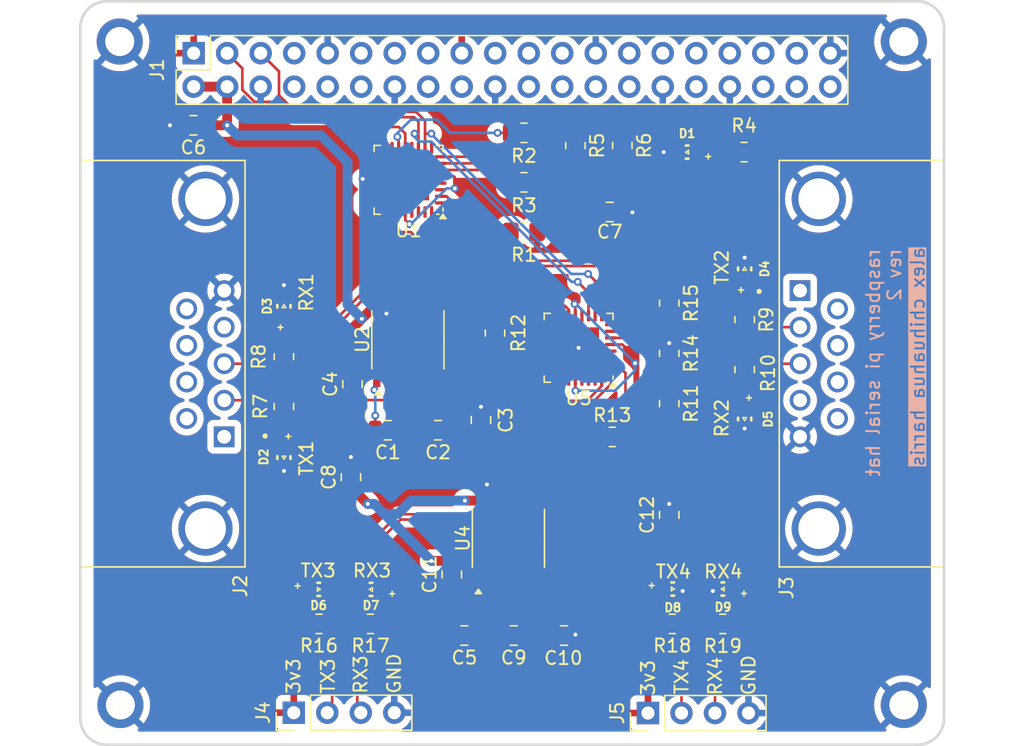
<source format=kicad_pcb>
(kicad_pcb (version 20240108) (generator "pcbnew") (generator_version "8.0")
  (layers (0 "F.Cu" signal) (31 "B.Cu" signal) (34 "B.Paste" user) (35 "F.Paste" user) (36 "B.SilkS" user "B.Silkscreen") (37 "F.SilkS" user "F.Silkscreen") (38 "B.Mask" user) (39 "F.Mask" user) (44 "Edge.Cuts" user))
  (net 0 "")
  (net 1 "/GPIO25")
  (net 2 "/GPIO20{slash}PCM.DIN")
  (net 3 "GND")
  (net 4 "/GPIO7{slash}SPI0.CE1")
  (net 5 "/GPIO27")
  (net 6 "/GPIO16")
  (net 7 "/GPIO19{slash}PCM.FS")
  (net 8 "/GPIO11{slash}SPI0.SCLK")
  (net 9 "/GPIO12{slash}PWM0")
  (net 10 "/GPIO17")
  (net 11 "/GPIO9{slash}SPI0.MISO")
  (net 12 "/GPIO22")
  (net 13 "/GPIO3{slash}SCL1")
  (net 14 "/GPIO26")
  (net 15 "/GPIO23")
  (net 16 "/GPIO14{slash}TXD0")
  (net 17 "/GPIO13{slash}PWM1")
  (net 18 "/GPIO8{slash}SPI0.CE0")
  (net 19 "/GPIO24")
  (net 20 "/GPIO5")
  (net 21 "/ID_SCL")
  (net 22 "/GPIO21{slash}PCM.DOUT")
  (net 23 "/GPIO15{slash}RXD0")
  (net 24 "/GPIO2{slash}SDA1")
  (net 25 "/GPIO4{slash}GPCLK0")
  (net 26 "+3V3")
  (net 27 "/GPIO6")
  (net 28 "/GPIO10{slash}SPI0.MOSI")
  (net 29 "/GPIO18{slash}PCM.CLK")
  (net 30 "/ID_SDA")
  (net 31 "Net-(U2-C1+)")
  (net 32 "Net-(U2-C1-)")
  (net 33 "Net-(U2-C2-)")
  (net 34 "Net-(U2-C2+)")
  (net 35 "Net-(U2-VS-)")
  (net 36 "Net-(U2-VS+)")
  (net 37 "/RX1")
  (net 38 "+5V")
  (net 39 "/TX1")
  (net 40 "/RX2")
  (net 41 "/TX2")
  (net 42 "Net-(U1-~{RESET})")
  (net 43 "Net-(U1-~{IRQ})")
  (net 44 "Net-(U1-I2C{slash}~{SPI})")
  (net 50 "Net-(U1-A1{slash}SI)")
  (net 57 "Net-(U1-A0{slash}~{CS})")
  (net 62 "Net-(D6-Pad2)")
  (net 63 "Net-(D7-Pad2)")
  (net 64 "Net-(D8-Pad2)")
  (net 65 "Net-(D9-Pad2)")
  (net 66 "Net-(D2-Pad2)")
  (net 67 "Net-(D3-Pad2)")
  (net 68 "Net-(D4-Pad2)")
  (net 69 "Net-(D5-Pad2)")
  (net 70 "Net-(U4-C1-)")
  (net 71 "Net-(U4-C1+)")
  (net 72 "Net-(U4-C2+)")
  (net 73 "Net-(U4-C2-)")
  (net 74 "Net-(U4-VS-)")
  (net 75 "Net-(U4-VS+)")
  (net 76 "/RX3")
  (net 77 "/TX3")
  (net 78 "/RX4")
  (net 79 "/TX4")
  (net 80 "Net-(U5-I2C{slash}~{SPI})")
  (net 81 "Net-(U5-~{IRQ})")
  (net 82 "Net-(U5-~{RESET})")
  (net 83 "Net-(U5-A0{slash}~{CS})")
  (net 84 "Net-(U5-A1{slash}SI)")
  (net 85 "/TXA1")
  (net 86 "/RXA1")
  (net 87 "/RXB1")
  (net 88 "/TXB1")
  (net 89 "/TXA2")
  (net 90 "/RXB2")
  (net 91 "/RXA2")
  (net 92 "/TXB2")
  (net 108 "Net-(D1-Pad2)")
  (footprint "WL-SMCW_0603:WL-SMCW_0603" (layer "F.Cu") (at 132.9436 94.107 180)
    (property "Reference" "D6")
    (property "Value" "WL-SMCW_0603" (hide yes))
  )
  (footprint "Resistor_SMD:R_0805_2012Metric_Pad1.20x1.40mm_HandSolder" (layer "F.Cu") (at 159.512 72.406 -90)
    (property "Reference" "R15")
    (property "Value" "1k" (hide yes))
  )
  (footprint "WL-SMCW_0603:WL-SMCW_0603" (layer "F.Cu") (at 163.576 94.0816)
    (property "Reference" "D9")
    (property "Value" "WL-SMCW_0603" (hide yes))
  )
  (footprint "Resistor_SMD:R_0805_2012Metric_Pad1.20x1.40mm_HandSolder" (layer "F.Cu") (at 159.512 76.216 -90)
    (property "Reference" "R14")
    (property "Value" "1k" (hide yes))
  )
  (footprint "Resistor_SMD:R_0805_2012Metric_Pad1.20x1.40mm_HandSolder" (layer "F.Cu") (at 130.302 80.248 -90)
    (property "Reference" "R7")
    (property "Value" "1k" (hide yes))
  )
  (footprint "MountingHole:MountingHole_2.2mm_M2_ISO7380_Pad_TopBottom" (layer "F.Cu") (at 117.9068 102.87)
    (property "Reference" "H4" (hide yes))
    (property "Value" "MountingHole_Pad" (hide yes))
  )
  (footprint "Capacitor_SMD:C_0805_2012Metric" (layer "F.Cu") (at 145.2372 81.2648 90)
    (property "Reference" "C3")
    (property "Value" "100n" (hide yes))
  )
  (footprint "Capacitor_SMD:C_0805_2012Metric" (layer "F.Cu") (at 147.727 97.6045 180)
    (property "Reference" "C9")
    (property "Value" "100n" (hide yes))
  )
  (footprint "Resistor_SMD:R_0805_2012Metric_Pad1.20x1.40mm_HandSolder" (layer "F.Cu") (at 165.227 77.454 -90)
    (property "Reference" "R10")
    (property "Value" "1k" (hide yes))
  )
  (footprint "Capacitor_SMD:C_0805_2012Metric" (layer "F.Cu") (at 155 65.5)
    (property "Reference" "C7")
    (property "Value" "100n" (hide yes))
  )
  (footprint "L77SDE09SA4CH3FC309:AMPHENOL_L77SDE09SA4CH3FC309" (layer "F.Cu") (at 124.356 77 -90)
    (property "Reference" "J2")
    (property "Value" "L77SDE09SA4CH3FC309" (hide yes))
  )
  (footprint "Resistor_SMD:R_0805_2012Metric_Pad1.20x1.40mm_HandSolder" (layer "F.Cu") (at 136.8646 96.7232)
    (property "Reference" "R17")
    (property "Value" "1k" (hide yes))
  )
  (footprint "Connector_PinHeader_2.54mm:PinHeader_1x04_P2.54mm_Vertical" (layer "F.Cu") (at 131.0486 103.4542 90)
    (property "Reference" "J4")
    (property "Value" "Conn_01x04_Pin" (hide yes))
  )
  (footprint "Resistor_SMD:R_0805_2012Metric_Pad1.20x1.40mm_HandSolder" (layer "F.Cu") (at 152.4 60.468 -90)
    (property "Reference" "R5")
    (property "Value" "1k" (hide yes))
  )
  (footprint "Resistor_SMD:R_0805_2012Metric_Pad1.20x1.40mm_HandSolder" (layer "F.Cu") (at 132.9596 96.7232 180)
    (property "Reference" "R16")
    (property "Value" "1k" (hide yes))
  )
  (footprint "Capacitor_SMD:C_0805_2012Metric" (layer "F.Cu") (at 135.382 85.598 90)
    (property "Reference" "C8")
    (property "Value" "100n" (hide yes))
  )
  (footprint "Capacitor_SMD:C_0805_2012Metric" (layer "F.Cu") (at 143.028 92.9715 90)
    (property "Reference" "C11")
    (property "Value" "100n" (hide yes))
  )
  (footprint "L77SDE09SA4CH3FC309:AMPHENOL_L77SDE09SA4CH3FC309" (layer "F.Cu") (at 170.8485 77 90)
    (property "Reference" "J3")
    (property "Value" "L77SDE09SA4CH3FC309" (hide yes))
  )
  (footprint "WL-SMCW_0603:WL-SMCW_0603" (layer "F.Cu") (at 130.302 84.112 90)
    (property "Reference" "D2")
    (property "Value" "WL-SMCW_0603" (hide yes))
  )
  (footprint "Resistor_SMD:R_0805_2012Metric_Pad1.20x1.40mm_HandSolder" (layer "F.Cu") (at 148.5 67 180)
    (property "Reference" "R1")
    (property "Value" "10k" (hide yes))
  )
  (footprint "WL-SMCW_0603:WL-SMCW_0603" (layer "F.Cu") (at 159.7788 94.0816 180)
    (property "Reference" "D8")
    (property "Value" "WL-SMCW_0603" (hide yes))
  )
  (footprint "Package_SO:TSSOP-16_4.4x5mm_P0.65mm" (layer "F.Cu") (at 139.7 75.184 90)
    (property "Reference" "U2")
    (property "Value" "MAX232" (hide yes))
  )
  (footprint "Resistor_SMD:R_0805_2012Metric_Pad1.20x1.40mm_HandSolder" (layer "F.Cu") (at 165.1856 60.96 180)
    (property "Reference" "R4")
    (property "Value" "1k" (hide yes))
  )
  (footprint "Capacitor_SMD:C_0805_2012Metric" (layer "F.Cu") (at 141.986 82.042 180)
    (property "Reference" "C2")
    (property "Value" "100n" (hide yes))
  )
  (footprint "WL-SMCW_0603:WL-SMCW_0603" (layer "F.Cu") (at 160.8676 60.96)
    (property "Reference" "D1")
    (property "Value" "PWR_LED")
  )
  (footprint "WL-SMCW_0603:WL-SMCW_0603" (layer "F.Cu") (at 165.227 81.191 90)
    (property "Reference" "D5")
    (property "Value" "WL-SMCW_0603" (hide yes))
  )
  (footprint "MountingHole:MountingHole_2.2mm_M2_ISO7380_Pad_TopBottom" (layer "F.Cu") (at 117.856 52.578)
    (property "Reference" "H1" (hide yes))
    (property "Value" "MountingHole_Pad" (hide yes))
  )
  (footprint "Capacitor_SMD:C_0805_2012Metric" (layer "F.Cu") (at 159.512 88.458 90)
    (property "Reference" "C12")
    (property "Value" "100n" (hide yes))
  )
  (footprint "Connector_PinHeader_2.54mm:PinHeader_1x04_P2.54mm_Vertical" (layer "F.Cu") (at 157.8992 103.4796 90)
    (property "Reference" "J5")
    (property "Value" "Conn_01x04_Pin" (hide yes))
  )
  (footprint "Resistor_SMD:R_0805_2012Metric_Pad1.20x1.40mm_HandSolder" (layer "F.Cu") (at 146.304 74.676 90)
    (property "Reference" "R12")
    (property "Value" "1k" (hide yes))
  )
  (footprint "Capacitor_SMD:C_0805_2012Metric" (layer "F.Cu") (at 151.537 97.6045)
    (property "Reference" "C10")
    (property "Value" "100n" (hide yes))
  )
  (footprint "Resistor_SMD:R_0805_2012Metric_Pad1.20x1.40mm_HandSolder" (layer "F.Cu") (at 159.512 80.026 -90)
    (property "Reference" "R11")
    (property "Value" "1k" (hide yes))
  )
  (footprint "Resistor_SMD:R_0805_2012Metric_Pad1.20x1.40mm_HandSolder" (layer "F.Cu") (at 163.5728 96.7232)
    (property "Reference" "R19")
    (property "Value" "1k" (hide yes))
  )
  (footprint "Capacitor_SMD:C_0805_2012Metric" (layer "F.Cu") (at 135.5 78.55 90)
    (property "Reference" "C4")
    (property "Value" "100n" (hide yes))
  )
  (footprint "Resistor_SMD:R_0805_2012Metric_Pad1.20x1.40mm_HandSolder" (layer "F.Cu") (at 130.302 76.47 90)
    (property "Reference" "R8")
    (property "Value" "1k" (hide yes))
  )
  (footprint "Capacitor_SMD:C_0805_2012Metric" (layer "F.Cu") (at 143.983 97.6045 180)
    (property "Reference" "C5")
    (property "Value" "100n" (hide yes))
  )
  (footprint "MountingHole:MountingHole_2.2mm_M2_ISO7380_Pad_TopBottom" (layer "F.Cu") (at 177.292 52.578)
    (property "Reference" "H2" (hide yes))
    (property "Value" "MountingHole_Pad" (hide yes))
  )
  (footprint "Resistor_SMD:R_0805_2012Metric_Pad1.20x1.40mm_HandSolder" (layer "F.Cu") (at 165.227 73.66 90)
    (property "Reference" "R9")
    (property "Value" "1k" (hide yes))
  )
  (footprint "Resistor_SMD:R_0805_2012Metric_Pad1.20x1.40mm_HandSolder" (layer "F.Cu") (at 148.5 59.5 180)
    (property "Reference" "R2")
    (property "Value" "1k" (hide yes))
  )
  (footprint "Connector_PinSocket_2.54mm:PinSocket_2x20_P2.54mm_Vertical" (layer "F.Cu") (at 123.46 53.46 90)
    (property "Reference" "J1")
    (property "Value" "GPIO")
  )
  (footprint "MountingHole:MountingHole_2.2mm_M2_ISO7380_Pad_TopBottom" (layer "F.Cu") (at 177.292 102.87)
    (property "Reference" "H3" (hide yes))
    (property "Value" "MountingHole_Pad" (hide yes))
  )
  (footprint "Package_DFN_QFN:VQFN-32-1EP_5x5mm_P0.5mm_EP3.1x3.1mm" (layer "F.Cu") (at 152.642 75.7945 180)
    (property "Reference" "U5")
    (property "Value" "SC16IS752IBS" (hide yes))
  )
  (footprint "WL-SMCW_0603:WL-SMCW_0603" (layer "F.Cu") (at 165.227 69.812 -90)
    (property "Reference" "D4")
    (property "Value" "WL-SMCW_0603" (hide yes))
  )
  (footprint "Package_SO:TSSOP-16_4.4x5mm_P0.65mm" (layer "F.Cu") (at 147.32 90.2385 90)
    (property "Reference" "U4")
    (property "Value" "MAX232")
  )
  (footprint "WL-SMCW_0603:WL-SMCW_0603" (layer "F.Cu") (at 130.302 72.644 -90)
    (property "Reference" "D3")
    (property "Value" "WL-SMCW_0603" (hide yes))
  )
  (footprint "Resistor_SMD:R_0805_2012Metric_Pad1.20x1.40mm_HandSolder" (layer "F.Cu") (at 148.5 63.25 180)
    (property "Reference" "R3")
    (property "Value" "1k" (hide yes))
  )
  (footprint "Resistor_SMD:R_0805_2012Metric_Pad1.20x1.40mm_HandSolder" (layer "F.Cu") (at 155.194 82.55)
    (property "Reference" "R13")
    (property "Value" "10k" (hide yes))
  )
  (footprint "WL-SMCW_0603:WL-SMCW_0603" (layer "F.Cu") (at 136.906 94.107)
    (property "Reference" "D7")
    (property "Value" "WL-SMCW_0603" (hide yes))
  )
  (footprint "Capacitor_SMD:C_0805_2012Metric" (layer "F.Cu") (at 138.176 82.042 180)
    (property "Reference" "C1")
    (property "Value" "100n" (hide yes))
  )
  (footprint "Capacitor_SMD:C_0805_2012Metric" (layer "F.Cu") (at 123.444 58.928 180)
    (property "Reference" "C6")
    (property "Value" "100n" (hide yes))
  )
  (footprint "Resistor_SMD:R_0805_2012Metric_Pad1.20x1.40mm_HandSolder" (layer "F.Cu") (at 159.744 96.7232 180)
    (property "Reference" "R18")
    (property "Value" "1k" (hide yes))
  )
  (footprint "Resistor_SMD:R_0805_2012Metric_Pad1.20x1.40mm_HandSolder" (layer "F.Cu") (at 155.956 60.452 -90)
    (property "Reference" "R6")
    (property "Value" "1k" (hide yes))
  )
  (footprint "Package_DFN_QFN:VQFN-32-1EP_5x5mm_P0.5mm_EP3.1x3.1mm" (layer "F.Cu") (at 139.75 63.0625 180)
    (property "Reference" "U1")
    (property "Value" "SC16IS752IBS" (hide yes))
  )
  (gr_line (start 114.87 103.886) (end 114.87 51.53) (stroke (width 0.2)) (layer "Edge.Cuts"))
  (gr_line (start 116.87 49.53) (end 178.34 49.53) (stroke (width 0.2)) (layer "Edge.Cuts"))
  (gr_arc (start 114.87 51.53) (mid 115.455786 50.115786) (end 116.87 49.53) (stroke (width 0.2)) (layer "Edge.Cuts"))
  (gr_line (start 180.34 51.53) (end 180.34 103.886) (stroke (width 0.2)) (layer "Edge.Cuts"))
  (gr_arc (start 178.34 49.53) (mid 179.754214 50.115786) (end 180.34 51.53) (stroke (width 0.2)) (layer "Edge.Cuts"))
  (gr_arc (start 180.34 103.886) (mid 179.754214 105.300214) (end 178.34 105.886) (stroke (width 0.2)) (layer "Edge.Cuts"))
  (gr_line (start 178.34 105.886) (end 116.87 105.886) (stroke (width 0.2)) (layer "Edge.Cuts"))
  (gr_arc (start 116.87 105.886) (mid 115.455786 105.300214) (end 114.87 103.886) (stroke (width 0.2)) (layer "Edge.Cuts"))
  (gr_text "alex chihuahua harris" (at 178.943 68.072 90) (layer "B.SilkS" knockout) (effects (font (size 1 1)) (justify left bottom mirror)))
  (gr_text "raspberry pi serial hat\nrev 2" (at 177.165 68.199 90) (layer "B.SilkS") (effects (font (size 1 1)) (justify left bottom mirror)))
  (gr_text "GND" (at 139.2428 102.108 90) (layer "F.SilkS") (effects (font (size 1 1)) (justify left bottom)))
  (gr_text "RX2" (at 164.084 82.677 90) (layer "F.SilkS") (effects (font (size 1 1)) (justify left bottom)))
  (gr_text "RX3" (at 135.4328 93.2688 0) (layer "F.SilkS") (effects (font (size 1 1)) (justify left bottom)))
  (gr_text "TX4" (at 158.3972 93.345 0) (layer "F.SilkS") (effects (font (size 1 1)) (justify left bottom)))
  (gr_text "TX2" (at 164.084 71.12 90) (layer "F.SilkS") (effects (font (size 1 1)) (justify left bottom)))
  (gr_text "RX1" (at 132.588 73.152 90) (layer "F.SilkS") (effects (font (size 1 1)) (justify left bottom)))
  (gr_text "3v3" (at 131.6228 102.108 90) (layer "F.SilkS") (effects (font (size 1 1)) (justify left bottom)))
  (gr_text "RX4" (at 162.052 93.345 0) (layer "F.SilkS") (effects (font (size 1 1)) (justify left bottom)))
  (gr_text "GND" (at 166.116 102.235 90) (layer "F.SilkS") (effects (font (size 1 1)) (justify left bottom)))
  (gr_text "RX4" (at 163.576 102.235 90) (layer "F.SilkS") (effects (font (size 1 1)) (justify left bottom)))
  (gr_text "RX3" (at 136.7028 102.108 90) (layer "F.SilkS") (effects (font (size 1 1)) (justify left bottom)))
  (gr_text "TX3\n\n" (at 135.8392 102.108 90) (layer "F.SilkS") (effects (font (size 1 1)) (justify left bottom)))
  (gr_text "TX4" (at 161.036 102.1496 90) (layer "F.SilkS") (effects (font (size 1 1)) (justify left bottom)))
  (gr_text "TX1" (at 132.588 85.598 90) (layer "F.SilkS") (effects (font (size 1 1)) (justify left bottom)))
  (gr_text "3v3" (at 158.496 102.235 90) (layer "F.SilkS") (effects (font (size 1 1)) (justify left bottom)))
  (gr_text "TX3" (at 131.4704 93.2688 0) (layer "F.SilkS") (effects (font (size 1 1)) (justify left bottom)))
  (segment (start 145.2372 80.3148) (end 145.2372 80.264) (width 0.2) (layer "F.Cu") (net 3))
  (segment (start 165.227 81.991) (end 165.227 81.915) (width 0.2) (layer "F.Cu") (net 3))
  (segment (start 138.075 73.203552) (end 138.074999 73.203553) (width 0.2) (layer "F.Cu") (net 3))
  (segment (start 152.487 97.6045) (end 152.4685 97.6045) (width 0.2) (layer "F.Cu") (net 3))
  (segment (start 139.425 63.3875) (end 139.75 63.0625) (width 0.2) (layer "F.Cu") (net 3))
  (segment (start 160.5788 94.234) (end 160.528 94.234) (width 0.2) (layer "F.Cu") (net 3))
  (segment (start 152.892 75.5445) (end 152.642 75.7945) (width 0.2) (layer "F.Cu") (net 3))
  (segment (start 145.695 87.376) (end 145.695 86.1574) (width 0.2) (layer "F.Cu") (net 3))
  (segment (start 140 62.5) (end 140 60.625) (width 0.2) (layer "F.Cu") (net 3))
  (segment (start 145.695 86.1574) (end 145.6944 86.1568) (width 0.2) (layer "F.Cu") (net 3))
  (segment (start 122.494 58.928) (end 121.666 58.928) (width 0.75) (layer "F.Cu") (net 3))
  (segment (start 135.382 84.648) (end 135.382 84.074) (width 0.2) (layer "F.Cu") (net 3))
  (segment (start 155.95 65.5) (end 156.686 65.5) (width 0.2) (layer "F.Cu") (net 3))
  (segment (start 159.0896 60.96) (end 160.0676 60.96) (width 0.2) (layer "F.Cu") (net 3))
  (segment (start 136.271 62.996621) (end 136.586879 63.3125) (width 0.2) (layer "F.Cu") (net 3))
  (segment (start 137.3875 63.3875) (end 139.425 63.3875) (width 0.2) (layer "F.Cu") (net 3))
  (segment (start 152.892 78.232) (end 152.892 76.0445) (width 0.2) (layer "F.Cu") (net 3))
  (segment (start 139.75 63.0625) (end 140 63.3125) (width 0.2) (layer "F.Cu") (net 3))
  (segment (start 152.892 76.0445) (end 152.642 75.7945) (width 0.2) (layer "F.Cu") (net 3))
  (segment (start 136.586879 63.3125) (end 137.3125 63.3125) (width 0.2) (layer "F.Cu") (net 3))
  (segment (start 137.3125 63.3125) (end 137.3875 63.3875) (width 0.2) (layer "F.Cu") (net 3))
  (segment (start 152.392 76.0445) (end 152.642 75.7945) (width 0.2) (layer "F.Cu") (net 3))
  (segment (start 138.075 72.3215) (end 138.075 73.203552) (width 0.2) (layer "F.Cu") (net 3))
  (segment (start 165.227 69.012) (end 165.227 68.961) (width 0.2) (layer "F.Cu") (net 3))
  (segment (start 152.892 73.357) (end 152.892 75.5445) (width 0.2) (layer "F.Cu") (net 3))
  (segment (start 139.75 63.0625) (end 139.75 62.75) (width 0.2) (layer "F.Cu") (net 3))
  (segment (start 162.776 94.234) (end 162.814 94.234) (width 0.2) (layer "F.Cu") (net 3))
  (segment (start 136.271 62.996621) (end 136.271 62.992) (width 0.2) (layer "F.Cu") (net 3))
  (segment (start 156.686 65.5) (end 156.718 65.532) (width 0.2) (layer "F.Cu") (net 3))
  (segment (start 139.75 62.75) (end 140 62.5) (width 0.2) (layer "F.Cu") (net 3))
  (segment (start 150.2045 76.0445) (end 152.392 76.0445) (width 0.2) (layer "F.Cu") (net 3))
  (segment (start 140 63.3125) (end 140 65.5) (width 0.2) (layer "F.Cu") (net 3))
  (segment (start 159.512 87.508) (end 159.512 87.63) (width 0.2) (layer "F.Cu") (net 3))
  (segment (start 152.4685 97.6045) (end 152.4 97.536) (width 0.2) (layer "F.Cu") (net 3))
  (via (at 159.512 87.63) (size 0.6) (drill 0.3) (layers "F.Cu" "B.Cu") (net 3))
  (via (at 135.382 84.074) (size 0.6) (drill 0.3) (layers "F.Cu" "B.Cu") (net 3))
  (via (at 152.642 75.7945) (size 0.6) (drill 0.3) (layers "F.Cu" "B.Cu") (net 3))
  (via (at 121.666 58.928) (size 0.6) (drill 0.3) (layers "F.Cu" "B.Cu") (net 3))
  (via (at 136.271 62.992) (size 0.6) (drill 0.3) (layers "F.Cu" "B.Cu") (net 3))
  (via (at 130.302 71.044) (size 0.6) (drill 0.3) (layers "F.Cu" "B.Cu") (net 3))
  (via (at 130.302 85.128) (size 0.6) (drill 0.3) (layers "F.Cu" "B.Cu") (net 3))
  (via (at 160.528 94.234) (size 0.6) (drill 0.3) (layers "F.Cu" "B.Cu") (net 3))
  (via (at 152.4 97.536) (size 0.6) (drill 0.3) (layers "F.Cu" "B.Cu") (net 3))
  (via (at 159.0896 60.96) (size 0.6) (drill 0.3) (layers "F.Cu" "B.Cu") (net 3))
  (via (at 165.227 68.961) (size 0.6) (drill 0.3) (layers "F.Cu" "B.Cu") (net 3))
  (via (at 145.6944 86.1568) (size 0.6) (drill 0.3) (layers "F.Cu" "B.Cu") (net 3))
  (via (at 138.074999 73.203553) (size 0.6) (drill 0.3) (layers "F.Cu" "B.Cu") (net 3))
  (via (at 159.512 75.438) (size 0.6) (drill 0.3) (layers "F.Cu" "B.Cu") (net 3))
  (via (at 162.814 94.234) (size 0.6) (drill 0.3) (layers "F.Cu" "B.Cu") (net 3))
  (via (at 145.2372 80.264) (size 0.6) (drill 0.3) (layers "F.Cu" "B.Cu") (net 3))
  (via (at 156.718 65.532) (size 0.6) (drill 0.3) (layers "F.Cu" "B.Cu") (net 3))
  (via (at 165.227 81.915) (size 0.6) (drill 0.3) (layers "F.Cu" "B.Cu") (net 3))
  (segment (start 141 58.585785) (end 141 59.563) (width 0.2) (layer "F.Cu") (net 13))
  (segment (start 140.326215 57.912) (end 141 58.585785) (width 0.2) (layer "F.Cu") (net 13))
  (segment (start 141 59.563) (end 141 60.625) (width 0.2) (layer "F.Cu") (net 13))
  (segment (start 153.3652 70.196) (end 153.892 70.7228) (width 0.2) (layer "F.Cu") (net 13))
  (segment (start 131.191 57.912) (end 140.326215 57.912) (width 0.2) (layer "F.Cu") (net 13))
  (segment (start 129.93 56.651) (end 129.93 54.85) (width 0.2) (layer "F.Cu") (net 13))
  (segment (start 141.478 59.563) (end 141 59.563) (width 0.2) (layer "F.Cu") (net 13))
  (segment (start 131.191 57.912) (end 129.93 56.651) (width 0.2) (layer "F.Cu") (net 13))
  (segment (start 153.892 70.7228) (end 153.892 73.357) (width 0.2) (layer "F.Cu") (net 13))
  (segment (start 129.93 54.85) (end 128.54 53.46) (width 0.2) (layer "F.Cu") (net 13))
  (via (at 141.478 59.563) (size 0.6) (drill 0.3) (layers "F.Cu" "B.Cu") (net 13))
  (via (at 153.3652 70.196) (size 0.6) (drill 0.3) (layers "F.Cu" "B.Cu") (net 13))
  (segment (start 152.076343 70.196) (end 141.478 59.597657) (width 0.2) (layer "B.Cu") (net 13))
  (segment (start 141.478 59.597657) (end 141.478 59.563) (width 0.2) (layer "B.Cu") (net 13))
  (segment (start 153.3652 70.196) (end 152.076343 70.196) (width 0.2) (layer "B.Cu") (net 13))
  (segment (start 140.5 59.436) (end 140.5 58.651471) (width 0.2) (layer "F.Cu") (net 24))
  (segment (start 140.5 60.625) (end 140.5 59.436) (width 0.2) (layer "F.Cu") (net 24))
  (segment (start 140.5 58.651471) (end 140.160529 58.312) (width 0.2) (layer "F.Cu") (net 24))
  (segment (start 130.879314 58.166) (end 129.863314 57.15) (width 0.2) (layer "F.Cu") (net 24))
  (segment (start 127.15 56.236346) (end 127.15 54.61) (width 0.2) (layer "F.Cu") (net 24))
  (segment (start 140.335 59.436) (end 140.208 59.563) (width 0.2) (layer "F.Cu") (net 24))
  (segment (start 140.160529 58.312) (end 131.025315 58.312) (width 0.2) (layer "F.Cu") (net 24))
  (segment (start 131.025315 58.312) (end 130.879314 58.166) (width 0.2) (layer "F.Cu") (net 24))
  (segment (start 152.573889 70.796) (end 153.392 71.614111) (width 0.2) (layer "F.Cu") (net 24))
  (segment (start 129.863314 57.15) (end 128.063654 57.15) (width 0.2) (layer "F.Cu") (net 24))
  (segment (start 128.063654 57.15) (end 127.15 56.236346) (width 0.2) (layer "F.Cu") (net 24))
  (segment (start 140.5 59.436) (end 140.335 59.436) (width 0.2) (layer "F.Cu") (net 24))
  (segment (start 127.15 54.61) (end 126 53.46) (width 0.2) (layer "F.Cu") (net 24))
  (segment (start 153.392 71.614111) (end 153.392 73.357) (width 0.2) (layer "F.Cu") (net 24))
  (via (at 152.573889 70.796) (size 0.6) (drill 0.3) (layers "F.Cu" "B.Cu") (net 24))
  (via (at 140.208 59.563) (size 0.6) (drill 0.3) (layers "F.Cu" "B.Cu") (net 24))
  (segment (start 141.477657 60.163) (end 140.554 60.163) (width 0.2) (layer "B.Cu") (net 24))
  (segment (start 152.573889 70.796) (end 152.110657 70.796) (width 0.2) (layer "B.Cu") (net 24))
  (segment (start 152.110657 70.796) (end 141.477657 60.163) (width 0.2) (layer "B.Cu") (net 24))
  (segment (start 140.554 60.163) (end 140.208 59.817) (width 0.2) (layer "B.Cu") (net 24))
  (segment (start 140.208 59.817) (end 140.208 59.563) (width 0.2) (layer "B.Cu") (net 24))
  (segment (start 152.392 72.5206) (end 152.342694 72.471294) (width 0.2) (layer "F.Cu") (net 26))
  (segment (start 156.9212 76.962) (end 156.9212 76.5048) (width 0.2) (layer "F.Cu") (net 26))
  (segment (start 139.004672 59.055) (end 138.176 59.055) (width 0.2) (layer "F.Cu") (net 26))
  (segment (start 139.501904 59.552232) (end 139.004672 59.055) (width 0.2) (layer "F.Cu") (net 26))
  (segment (start 155.9609 75.5445) (end 155.0795 75.5445) (width 0.2) (layer "F.Cu") (net 26))
  (segment (start 156.9212 76.5048) (end 155.9609 75.5445) (width 0.2) (layer "F.Cu") (net 26))
  (segment (start 152.392 78.232) (end 152.392 79.0368) (width 0.2) (layer "F.Cu") (net 26))
  (segment (start 139.501904 60.123096) (end 139.501904 59.552232) (width 0.2) (layer "F.Cu") (net 26))
  (segment (start 139.5 60.125) (end 139.501904 60.123096) (width 0.2) (layer "F.Cu") (net 26))
  (segment (start 143.256 62.865) (end 143.2035 62.8125) (width 0.2) (layer "F.Cu") (net 26))
  (segment (start 139.5 66.107948) (end 139.5 65.5) (width 0.2) (layer "F.Cu") (net 26))
  (segment (start 143.2035 62.8125) (end 142.1875 62.8125) (width 0.2) (layer "F.Cu") (net 26))
  (segment (start 152.392 73.357) (end 152.392 72.5206) (width 0.2) (layer "F.Cu") (net 26))
  (segment (start 143.256 63.7125) (end 143.256 62.865) (width 0.2) (layer "F.Cu") (net 26))
  (segment (start 152.392 79.0368) (end 152.4 79.0448) (width 0.2) (layer "F.Cu") (net 26))
  (segment (start 139.816504 66.424452) (end 139.5 66.107948) (width 0.2) (layer "F.Cu") (net 26))
  (segment (start 139.5 60.625) (end 139.5 60.125) (width 0.2) (layer "F.Cu") (net 26))
  (via (at 152.342694 72.471294) (size 0.6) (drill 0.3) (layers "F.Cu" "B.Cu") (net 26))
  (via (at 139.816504 66.424452) (size 0.6) (drill 0.3) (layers "F.Cu" "B.Cu") (net 26))
  (via (at 156.9212 76.962) (size 0.6) (drill 0.3) (layers "F.Cu" "B.Cu") (net 26))
  (via (at 143.256 63.7125) (size 0.6) (drill 0.3) (layers "F.Cu" "B.Cu") (net 26))
  (via (at 152.4 79.0448) (size 0.6) (drill 0.3) (layers "F.Cu" "B.Cu") (net 26))
  (segment (start 156.9212 76.962) (end 156.9212 77.5208) (width 0.2) (layer "B.Cu") (net 26))
  (segment (start 156.9212 77.5208) (end 155.3972 79.0448) (width 0.2) (layer "B.Cu") (net 26))
  (segment (start 152.430494 72.471294) (end 156.9212 76.962) (width 0.2) (layer "B.Cu") (net 26))
  (segment (start 143.256 63.7125) (end 142.629381 63.7125) (width 0.2) (layer "B.Cu") (net 26))
  (segment (start 155.3972 79.0448) (end 152.4 79.0448) (width 0.2) (layer "B.Cu") (net 26))
  (segment (start 142.629381 63.7125) (end 139.917429 66.424452) (width 0.2) (layer "B.Cu") (net 26))
  (segment (start 139.917429 66.424452) (end 139.816504 66.424452) (width 0.2) (layer "B.Cu") (net 26))
  (segment (start 152.342694 72.471294) (end 152.430494 72.471294) (width 0.2) (layer "B.Cu") (net 26))
  (segment (start 137.16 78.3115) (end 137.425 78.0465) (width 0.2) (layer "F.Cu") (net 31))
  (segment (start 137.16 78.994) (end 137.16 78.3115) (width 0.2) (layer "F.Cu") (net 31))
  (segment (start 137.226 82.042) (end 137.226 80.93) (width 0.2) (layer "F.Cu") (net 31))
  (via (at 137.226 80.93) (size 0.6) (drill 0.3) (layers "F.Cu" "B.Cu") (net 31))
  (via (at 137.16 78.994) (size 0.6) (drill 0.3) (layers "F.Cu" "B.Cu") (net 31))
  (segment (start 137.226 79.06) (end 137.16 78.994) (width 0.2) (layer "B.Cu") (net 31))
  (segment (start 137.226 80.93) (end 137.226 79.06) (width 0.2) (layer "B.Cu") (net 31))
  (segment (start 138.725 79.150372) (end 138.725 78.0465) (width 0.2) (layer "F.Cu") (net 32))
  (segment (start 139.573 81.595) (end 139.573 79.998372) (width 0.2) (layer "F.Cu") (net 32))
  (segment (start 139.126 82.042) (end 139.573 81.595) (width 0.2) (layer "F.Cu") (net 32))
  (segment (start 139.573 79.998372) (end 138.725 79.150372) (width 0.2) (layer "F.Cu") (net 32))
  (segment (start 140.025 79.113686) (end 140.025 78.0465) (width 0.2) (layer "F.Cu") (net 33))
  (segment (start 141.702314 80.791) (end 140.025 79.113686) (width 0.2) (layer "F.Cu") (net 33))
  (segment (start 142.513 80.791) (end 141.702314 80.791) (width 0.2) (layer "F.Cu") (net 33))
  (segment (start 142.936 81.214) (end 142.513 80.791) (width 0.2) (layer "F.Cu") (net 33))
  (segment (start 142.936 82.042) (end 142.936 81.214) (width 0.2) (layer "F.Cu") (net 33))
  (segment (start 141.036 82.042) (end 141.036 80.690372) (width 0.2) (layer "F.Cu") (net 34))
  (segment (start 139.375 79.029372) (end 139.375 78.0465) (width 0.2) (layer "F.Cu") (net 34))
  (segment (start 141.036 80.690372) (end 139.375 79.029372) (width 0.2) (layer "F.Cu") (net 34))
  (segment (start 140.675 79.198) (end 140.675 78.0465) (width 0.2) (layer "F.Cu") (net 35))
  (segment (start 141.868 80.391) (end 140.675 79.198) (width 0.2) (layer "F.Cu") (net 35))
  (segment (start 143.4134 80.391) (end 141.868 80.391) (width 0.2) (layer "F.Cu") (net 35))
  (segment (start 145.2372 82.2148) (end 143.4134 80.391) (width 0.2) (layer "F.Cu") (net 35))
  (segment (start 135.5 79.5) (end 135.756 79.756) (width 0.2) (layer "F.Cu") (net 36))
  (segment (start 137.922 79.756) (end 138.075 79.603) (width 0.2) (layer "F.Cu") (net 36))
  (segment (start 135.756 79.756) (end 137.922 79.756) (width 0.2) (layer "F.Cu") (net 36))
  (segment (start 138.075 79.603) (end 138.075 78.0465) (width 0.2) (layer "F.Cu") (net 36))
  (segment (start 129.832 77) (end 125.776 77) (width 0.2) (layer "F.Cu") (net 37))
  (segment (start 139.375 71.586544) (end 139.375 72.3215) (width 0.2) (layer "F.Cu") (net 37))
  (segment (start 132.188 75.686858) (end 136.990858 70.884) (width 0.2) (layer "F.Cu") (net 37))
  (segment (start 138.672456 70.884) (end 139.375 71.586544) (width 0.2) (layer "F.Cu") (net 37))
  (segment (start 130.302 77.47) (end 129.832 77) (width 0.2) (layer "F.Cu") (net 37))
  (segment (start 136.990858 70.884) (end 138.672456 70.884) (width 0.2) (layer "F.Cu") (net 37))
  (segment (start 132.188 77.108) (end 132.188 75.686858) (width 0.2) (layer "F.Cu") (net 37))
  (segment (start 131.826 77.47) (end 132.188 77.108) (width 0.2) (layer "F.Cu") (net 37))
  (segment (start 130.302 77.47) (end 131.826 77.47) (width 0.2) (layer "F.Cu") (net 37))
  (segment (start 135.5344 77.5656) (end 135.5 77.6) (width 0.75) (layer "F.Cu") (net 38))
  (segment (start 137.3 72.504) (end 137.3 72.3215) (width 0.75) (layer "F.Cu") (net 38))
  (segment (start 135.5 77.6) (end 134.082 79.018) (width 0.75) (layer "F.Cu") (net 38))
  (segment (start 123.46 56) (end 126 56) (width 0.75) (layer "F.Cu") (net 38))
  (segment (start 141.478 91.948) (end 142.9545 91.948) (width 0.75) (layer "F.Cu") (net 38))
  (segment (start 126 58.928) (end 124.394 58.928) (width 0.75) (layer "F.Cu") (net 38))
  (segment (start 134.082 79.018) (end 134.082 85.248) (width 0.75) (layer "F.Cu") (net 38))
  (segment (start 135.5344 74.2696) (end 135.5344 77.5656) (width 0.75) (layer "F.Cu") (net 38))
  (segment (start 142.9545 91.948) (end 143.028 92.0215) (width 0.75) (layer "F.Cu") (net 38))
  (segment (start 136.2075 73.5965) (end 135.5344 74.2696) (width 0.75) (layer "F.Cu") (net 38))
  (segment (start 135.382 86.548) (end 135.57 86.548) (width 0.75) (layer "F.Cu") (net 38))
  (segment (start 126 56) (end 126 58.928) (width 0.75) (layer "F.Cu") (net 38))
  (segment (start 144.018 87.376) (end 144.92 87.376) (width 0.75) (layer "F.Cu") (net 38))
  (segment (start 135.57 86.548) (end 136.652 87.63) (width 0.75) (layer "F.Cu") (net 38))
  (segment (start 136.2075 73.5965) (end 137.3 72.504) (width 0.75) (layer "F.Cu") (net 38))
  (segment (start 134.082 85.248) (end 135.382 86.548) (width 0.75) (layer "F.Cu") (net 38))
  (via (at 136.2075 73.5965) (size 0.6) (drill 0.3) (layers "F.Cu" "B.Cu") (net 38))
  (via (at 144.018 87.376) (size 0.6) (drill 0.3) (layers "F.Cu" "B.Cu") (net 38))
  (via (at 141.478 91.948) (size 0.6) (drill 0.3) (layers "F.Cu" "B.Cu") (net 38))
  (via (at 136.652 87.63) (size 0.6) (drill 0.3) (layers "F.Cu" "B.Cu") (net 38))
  (via (at 126 58.928) (size 0.6) (drill 0.3) (layers "F.Cu" "B.Cu") (net 38))
  (segment (start 135.128 72.517) (end 136.2075 73.5965) (width 0.75) (layer "B.Cu") (net 38))
  (segment (start 139.954 87.376) (end 144.018 87.376) (width 0.75) (layer "B.Cu") (net 38))
  (segment (start 135.128 61.722) (end 135.128 72.517) (width 0.75) (layer "B.Cu") (net 38))
  (segment (start 126.762 59.69) (end 133.096 59.69) (width 0.75) (layer "B.Cu") (net 38))
  (segment (start 137.922 88.392) (end 141.478 91.948) (width 0.75) (layer "B.Cu") (net 38))
  (segment (start 138.938 88.392) (end 139.954 87.376) (width 0.75) (layer "B.Cu") (net 38))
  (segment (start 126 58.928) (end 126.762 59.69) (width 0.75) (layer "B.Cu") (net 38))
  (segment (start 137.922 88.392) (end 138.938 88.392) (width 0.75) (layer "B.Cu") (net 38))
  (segment (start 133.096 59.69) (end 135.128 61.722) (width 0.75) (layer "B.Cu") (net 38))
  (segment (start 137.16 87.63) (end 137.922 88.392) (width 0.75) (layer "B.Cu") (net 38))
  (segment (start 136.652 87.63) (end 137.16 87.63) (width 0.75) (layer "B.Cu") (net 38))
  (segment (start 138.725 71.584001) (end 138.725 72.3215) (width 0.2) (layer "F.Cu") (net 39))
  (segment (start 138.424999 71.284) (end 138.725 71.584001) (width 0.2) (layer "F.Cu") (net 39))
  (segment (start 130.302 79.248) (end 132.08 79.248) (width 0.2) (layer "F.Cu") (net 39))
  (segment (start 137.156544 71.284) (end 138.424999 71.284) (width 0.2) (layer "F.Cu") (net 39))
  (segment (start 132.08 79.248) (end 132.588 78.74) (width 0.2) (layer "F.Cu") (net 39))
  (segment (start 125.776 79.77) (end 129.78 79.77) (width 0.2) (layer "F.Cu") (net 39))
  (segment (start 129.78 79.77) (end 130.302 79.248) (width 0.2) (layer "F.Cu") (net 39))
  (segment (start 132.588 78.74) (end 132.588 75.852544) (width 0.2) (layer "F.Cu") (net 39))
  (segment (start 132.588 75.852544) (end 137.156544 71.284) (width 0.2) (layer "F.Cu") (net 39))
  (segment (start 165.227 76.454) (end 163.83 76.454) (width 0.2) (layer "F.Cu") (net 40))
  (segment (start 144.526 69.596) (end 143.802 70.32) (width 0.2) (layer "F.Cu") (net 40))
  (segment (start 163.83 76.454) (end 162.306 74.93) (width 0.2) (layer "F.Cu") (net 40))
  (segment (start 143.802 75.359529) (end 141.975 77.186529) (width 0.2) (layer "F.Cu") (net 40))
  (segment (start 169.4285 77) (end 165.773 77) (width 0.2) (layer "F.Cu") (net 40))
  (segment (start 165.773 77) (end 165.227 76.454) (width 0.2) (layer "F.Cu") (net 40))
  (segment (start 160.851314 69.596) (end 144.526 69.596) (width 0.2) (layer "F.Cu") (net 40))
  (segment (start 162.306 74.93) (end 162.306 71.050686) (width 0.2) (layer "F.Cu") (net 40))
  (segment (start 141.975 77.186529) (end 141.975 78.0465) (width 0.2) (layer "F.Cu") (net 40))
  (segment (start 143.802 70.32) (end 143.802 75.359529) (width 0.2) (layer "F.Cu") (net 40))
  (segment (start 162.306 71.050686) (end 160.851314 69.596) (width 0.2) (layer "F.Cu") (net 40))
  (segment (start 165.657 74.23) (end 165.227 74.66) (width 0.2) (layer "F.Cu") (net 41))
  (segment (start 141.325 77.270843) (end 141.325 78.0465) (width 0.2) (layer "F.Cu") (net 41))
  (segment (start 169.4285 74.23) (end 165.657 74.23) (width 0.2) (layer "F.Cu") (net 41))
  (segment (start 163.052 74.66) (end 162.706 74.314) (width 0.2) (layer "F.Cu") (net 41))
  (segment (start 162.706 74.314) (end 162.706 70.885) (width 0.2) (layer "F.Cu") (net 41))
  (segment (start 144.164 69.196) (end 143.402 69.958) (width 0.2) (layer "F.Cu") (net 41))
  (segment (start 143.402 69.958) (end 143.402 75.193843) (width 0.2) (layer "F.Cu") (net 41))
  (segment (start 162.471685 70.650686) (end 161.017 69.196) (width 0.2) (layer "F.Cu") (net 41))
  (segment (start 143.402 75.193843) (end 141.325 77.270843) (width 0.2) (layer "F.Cu") (net 41))
  (segment (start 162.706 70.885) (end 162.471685 70.650686) (width 0.2) (layer "F.Cu") (net 41))
  (segment (start 165.227 74.66) (end 163.052 74.66) (width 0.2) (layer "F.Cu") (net 41))
  (segment (start 161.017 69.196) (end 144.164 69.196) (width 0.2) (layer "F.Cu") (net 41))
  (segment (start 143.962 67) (end 147.5 67) (width 0.2) (layer "F.Cu") (net 42))
  (segment (start 143.402 65.075114) (end 143.402 66.44) (width 0.2) (layer "F.Cu") (net 42))
  (segment (start 142.1875 64.3125) (end 142.639386 64.3125) (width 0.2) (layer "F.Cu") (net 42))
  (segment (start 142.639386 64.3125) (end 143.402 65.075114) (width 0.2) (layer "F.Cu") (net 42))
  (segment (start 143.402 66.44) (end 143.962 67) (width 0.2) (layer "F.Cu") (net 42))
  (segment (start 147.5 59.5) (end 146.5 59.5) (width 0.2) (layer "F.Cu") (net 43))
  (segment (start 139 59.898857) (end 139 60.625) (width 0.2) (layer "F.Cu") (net 43))
  (segment (start 138.901904 59.800761) (end 139 59.898857) (width 0.2) (layer "F.Cu") (net 43))
  (via (at 138.901904 59.800761) (size 0.6) (drill 0.3) (layers "F.Cu" "B.Cu") (net 43))
  (via (at 146.5 59.5) (size 0.6) (drill 0.3) (layers "F.Cu" "B.Cu") (net 43))
  (segment (start 138.901904 59.526096) (end 139.928 58.5) (width 0.2) (layer "B.Cu") (net 43))
  (segment (start 138.901904 59.800761) (end 138.901904 59.526096) (width 0.2) (layer "B.Cu") (net 43))
  (segment (start 139.928 58.5) (end 141.898529 58.5) (width 0.2) (layer "B.Cu") (net 43))
  (segment (start 142.898529 59.5) (end 146.5 59.5) (width 0.2) (layer "B.Cu") (net 43))
  (segment (start 141.898529 58.5) (end 142.898529 59.5) (width 0.2) (layer "B.Cu") (net 43))
  (segment (start 146.5625 62.3125) (end 142.1875 62.3125) (width 0.2) (layer "F.Cu") (net 44))
  (segment (start 147.5 63.25) (end 146.5625 62.3125) (width 0.2) (layer "F.Cu") (net 44))
  (segment (start 142.1875 61.3125) (end 152.2445 61.3125) (width 0.2) (layer "F.Cu") (net 50))
  (segment (start 152.2445 61.3125) (end 152.4 61.468) (width 0.2) (layer "F.Cu") (net 50))
  (segment (start 142.1875 61.8125) (end 151.159756 61.8125) (width 0.2) (layer "F.Cu") (net 57))
  (segment (start 151.159756 61.8125) (end 151.715256 62.368) (width 0.2) (layer "F.Cu") (net 57))
  (segment (start 155.04 62.368) (end 155.956 61.452) (width 0.2) (layer "F.Cu") (net 57))
  (segment (start 151.715256 62.368) (end 155.04 62.368) (width 0.2) (layer "F.Cu") (net 57))
  (segment (start 131.9596 96.7232) (end 131.9596 94.291) (width 0.2) (layer "F.Cu") (net 62))
  (segment (start 131.9596 94.291) (end 132.1436 94.107) (width 0.2) (layer "F.Cu") (net 62))
  (segment (start 137.8646 96.7232) (end 137.8646 94.2656) (width 0.2) (layer "F.Cu") (net 63))
  (segment (start 137.8646 94.2656) (end 137.706 94.107) (width 0.2) (layer "F.Cu") (net 63))
  (segment (start 158.744 94.4688) (end 158.9788 94.234) (width 0.2) (layer "F.Cu") (net 64))
  (segment (start 158.744 96.7232) (end 158.744 94.4688) (width 0.2) (layer "F.Cu") (net 64))
  (segment (start 164.5728 96.7232) (end 164.5728 94.4308) (width 0.2) (layer "F.Cu") (net 65))
  (segment (start 164.5728 94.4308) (end 164.376 94.234) (width 0.2) (layer "F.Cu") (net 65))
  (segment (start 130.302 81.248) (end 130.302 83.528) (width 0.2) (layer "F.Cu") (net 66))
  (segment (start 130.302 75.47) (end 130.302 72.644) (width 0.2) (layer "F.Cu") (net 67))
  (segment (start 165.227 70.612) (end 165.227 72.66) (width 0.2) (layer "F.Cu") (net 68))
  (segment (start 165.227 78.454) (end 165.227 80.391) (width 0.2) (layer "F.Cu") (net 69))
  (segment (start 144.933 97.6045) (end 146.345 96.1925) (width 0.2) (layer "F.Cu") (net 70))
  (segment (start 146.345 96.1925) (end 146.345 93.101) (width 0.2) (layer "F.Cu") (net 70))
  (segment (start 143.033 97.6045) (end 145.045 95.5925) (width 0.2) (layer "F.Cu") (net 71))
  (segment (start 145.045 95.5925) (end 145.045 93.101) (width 0.2) (layer "F.Cu") (net 71))
  (segment (start 146.995 97.3865) (end 146.995 93.101) (width 0.2) (layer "F.Cu") (net 72))
  (segment (start 146.777 97.6045) (end 146.995 97.3865) (width 0.2) (layer "F.Cu") (net 72))
  (segment (start 148.677 97.6045) (end 147.645 96.5725) (width 0.2) (layer "F.Cu") (net 73))
  (segment (start 147.645 96.5725) (end 147.645 93.101) (width 0.2) (layer "F.Cu") (net 73))
  (segment (start 150.587 97.6045) (end 148.295 95.3125) (width 0.2) (layer "F.Cu") (net 74))
  (segment (start 148.295 95.3125) (end 148.295 93.101) (width 0.2) (layer "F.Cu") (net 74))
  (segment (start 145.695 92.363501) (end 145.695 93.101) (width 0.2) (layer "F.Cu") (net 75))
  (segment (start 144.776544 92.0635) (end 145.394999 92.0635) (width 0.2) (layer "F.Cu") (net 75))
  (segment (start 143.028 93.9215) (end 143.028 93.812044) (width 0.2) (layer "F.Cu") (net 75))
  (segment (start 143.028 93.812044) (end 144.776544 92.0635) (width 0.2) (layer "F.Cu") (net 75))
  (segment (start 145.394999 92.0635) (end 145.695 92.363501) (width 0.2) (layer "F.Cu") (net 75))
  (segment (start 135.1788 94.5798) (end 135.8646 95.2656) (width 0.2) (layer "F.Cu") (net 76))
  (segment (start 146.294999 88.8135) (end 139.1515 88.8135) (width 0.2) (layer "F.Cu") (net 76))
  (segment (start 139.1515 88.8135) (end 135.1788 92.7862) (width 0.2) (layer "F.Cu") (net 76))
  (segment (start 146.995 88.113499) (end 146.294999 88.8135) (width 0.2) (layer "F.Cu") (net 76))
  (segment (start 135.1788 92.7862) (end 135.1788 94.5798) (width 0.2) (layer "F.Cu") (net 76))
  (segment (start 135.8646 95.2656) (end 135.8646 103.1902) (width 0.2) (layer "F.Cu") (net 76))
  (segment (start 146.995 87.376) (end 146.995 88.113499) (width 0.2) (layer "F.Cu") (net 76))
  (segment (start 135.8646 103.1902) (end 136.1286 103.4542) (width 0.2) (layer "F.Cu") (net 76))
  (segment (start 145.963456 88.4135) (end 138.985814 88.4135) (width 0.2) (layer "F.Cu") (net 77))
  (segment (start 138.7515 88.647815) (end 134.6708 92.728515) (width 0.2) (layer "F.Cu") (net 77))
  (segment (start 133.9596 103.0832) (end 133.5886 103.4542) (width 0.2) (layer "F.Cu") (net 77))
  (segment (start 134.6708 94.5798) (end 133.9596 95.291) (width 0.2) (layer "F.Cu") (net 77))
  (segment (start 138.985814 88.4135) (end 138.7515 88.647815) (width 0.2) (layer "F.Cu") (net 77))
  (segment (start 146.345 88.031956) (end 145.963456 88.4135) (width 0.2) (layer "F.Cu") (net 77))
  (segment (start 146.345 87.376) (end 146.345 88.031956) (width 0.2) (layer "F.Cu") (net 77))
  (segment (start 134.6708 92.728515) (end 134.6708 94.5798) (width 0.2) (layer "F.Cu") (net 77))
  (segment (start 133.9596 95.291) (end 133.9596 103.0832) (width 0.2) (layer "F.Cu") (net 77))
  (segment (start 162.5728 99.3648) (end 162.5728 96.2788) (width 0.2) (layer "F.Cu") (net 78))
  (segment (start 162.9792 99.7712) (end 162.5728 99.3648) (width 0.2) (layer "F.Cu") (net 78))
  (segment (start 151.071 93.599) (end 150.093 93.599) (width 0.2) (layer "F.Cu") (net 78))
  (segment (start 162.5728 96.2788) (end 161.925 95.631) (width 0.2) (layer "F.Cu") (net 78))
  (segment (start 161.444486 93.134) (end 151.536 93.134) (width 0.2) (layer "F.Cu") (net 78))
  (segment (start 151.536 93.134) (end 151.301686 93.368315) (width 0.2) (layer "F.Cu") (net 78))
  (segment (start 151.301686 93.368315) (end 151.071 93.599) (width 0.2) (layer "F.Cu") (net 78))
  (segment (start 161.925 93.614514) (end 161.444486 93.134) (width 0.2) (layer "F.Cu") (net 78))
  (segment (start 161.925 95.631) (end 161.925 93.614514) (width 0.2) (layer "F.Cu") (net 78))
  (segment (start 150.093 93.599) (end 149.595 93.101) (width 0.2) (layer "F.Cu") (net 78))
  (segment (start 162.9792 103.4796) (end 162.9792 99.7712) (width 0.2) (layer "F.Cu") (net 78))
  (segment (start 161.417 95.631) (end 161.417 93.6722) (width 0.2) (layer "F.Cu") (net 79))
  (segment (start 160.744 99.3648) (end 160.744 96.304) (width 0.2) (layer "F.Cu") (net 79))
  (segment (start 149.245001 94.1385) (end 148.945 93.838499) (width 0.2) (layer "F.Cu") (net 79))
  (segment (start 160.744 96.304) (end 161.417 95.631) (width 0.2) (layer "F.Cu") (net 79))
  (segment (start 151.382685 93.853) (end 151.097185 94.1385) (width 0.2) (layer "F.Cu") (net 79))
  (segment (start 161.417 93.6722) (end 161.2788 93.534) (width 0.2) (layer "F.Cu") (net 79))
  (segment (start 151.701686 93.534) (end 151.382685 93.853) (width 0.2) (layer "F.Cu") (net 79))
  (segment (start 160.4392 99.6696) (end 160.744 99.3648) (width 0.2) (layer "F.Cu") (net 79))
  (segment (start 151.097185 94.1385) (end 149.245001 94.1385) (width 0.2) (layer "F.Cu") (net 79))
  (segment (start 148.945 93.838499) (end 148.945 93.101) (width 0.2) (layer "F.Cu") (net 79))
  (segment (start 160.4392 103.4796) (end 160.4392 99.6696) (width 0.2) (layer "F.Cu") (net 79))
  (segment (start 161.2788 93.534) (end 151.701686 93.534) (width 0.2) (layer "F.Cu") (net 79))
  (segment (start 159.512 81.248) (end 157.842 79.578) (width 0.2) (layer "F.Cu") (net 80))
  (segment (start 157.3405 75.0445) (end 155.0795 75.0445) (width 0.2) (layer "F.Cu") (net 80))
  (segment (start 157.842 75.546) (end 157.3405 75.0445) (width 0.2) (layer "F.Cu") (net 80))
  (segment (start 157.842 79.578) (end 157.842 75.546) (width 0.2) (layer "F.Cu") (net 80))
  (segment (start 151.892 73.357) (end 151.892 72.905114) (width 0.2) (layer "F.Cu") (net 81))
  (segment (start 146.304 73.676) (end 147.3605 72.6195) (width 0.2) (layer "F.Cu") (net 81))
  (segment (start 151.892 72.905114) (end 151.606386 72.6195) (width 0.2) (layer "F.Cu") (net 81))
  (segment (start 151.606386 72.6195) (end 147.3605 72.6195) (width 0.2) (layer "F.Cu") (net 81))
  (segment (start 155.817 77.331) (end 156.194 77.708) (width 0.2) (layer "F.Cu") (net 82))
  (segment (start 155.531386 77.0445) (end 155.817 77.330114) (width 0.2) (layer "F.Cu") (net 82))
  (segment (start 155.817 77.330114) (end 155.817 77.331) (width 0.2) (layer "F.Cu") (net 82))
  (segment (start 156.194 77.708) (end 156.194 82.55) (width 0.2) (layer "F.Cu") (net 82))
  (segment (start 155.0795 77.0445) (end 155.531386 77.0445) (width 0.2) (layer "F.Cu") (net 82))
  (segment (start 158.496 77.724) (end 158.242 77.47) (width 0.2) (layer "F.Cu") (net 83))
  (segment (start 157.6025 74.5445) (end 155.0795 74.5445) (width 0.2) (layer "F.Cu") (net 83))
  (segment (start 158.242 75.184) (end 157.6025 74.5445) (width 0.2) (layer "F.Cu") (net 83))
  (segment (start 159.512 77.724) (end 158.496 77.724) (width 0.2) (layer "F.Cu") (net 83))
  (segment (start 158.242 77.47) (end 158.242 75.184) (width 0.2) (layer "F.Cu") (net 83))
  (segment (start 158.8735 74.0445) (end 155.0795 74.0445) (width 0.2) (layer "F.Cu") (net 84))
  (segment (start 159.512 73.406) (end 158.8735 74.0445) (width 0.2) (layer "F.Cu") (net 84))
  (segment (start 142.494 66.494) (end 141.5 65.5) (width 0.2) (layer "F.Cu") (net 85))
  (segment (start 141.078 73.514) (end 142.088456 73.514) (width 0.2) (layer "F.Cu") (net 85))
  (segment (start 140.675 73.111) (end 141.078 73.514) (width 0.2) (layer "F.Cu") (net 85))
  (segment (start 142.494 73.108456) (end 142.494 66.494) (width 0.2) (layer "F.Cu") (net 85))
  (segment (start 142.088456 73.514) (end 142.494 73.108456) (width 0.2) (layer "F.Cu") (net 85))
  (segment (start 140.675 72.3215) (end 140.675 73.111) (width 0.2) (layer "F.Cu") (net 85))
  (segment (start 143.002 73.406) (end 143.002 65.627) (width 0.2) (layer "F.Cu") (net 86))
  (segment (start 140.025 72.3215) (end 140.025 73.477) (width 0.2) (layer "F.Cu") (net 86))
  (segment (start 140.025 73.477) (end 140.462 73.914) (width 0.2) (layer "F.Cu") (net 86))
  (segment (start 143.002 65.627) (end 142.1875 64.8125) (width 0.2) (layer "F.Cu") (net 86))
  (segment (start 140.462 73.914) (end 142.494 73.914) (width 0.2) (layer "F.Cu") (net 86))
  (segment (start 142.494 73.914) (end 143.002 73.406) (width 0.2) (layer "F.Cu") (net 86))
  (segment (start 139.922452 67.024452) (end 138.572566 67.024452) (width 0.2) (layer "F.Cu") (net 87))
  (segment (start 136.860614 64.3125) (end 137.3125 64.3125) (width 0.2) (layer "F.Cu") (net 87))
  (segment (start 138.572566 67.024452) (end 136.575 65.026886) (width 0.2) (layer "F.Cu") (net 87))
  (segment (start 141.975 72.3215) (end 141.975 69.077) (width 0.2) (layer "F.Cu") (net 87))
  (segment (start 136.575 64.598114) (end 136.860614 64.3125) (width 0.2) (layer "F.Cu") (net 87))
  (segment (start 136.575 65.026886) (end 136.575 64.598114) (width 0.2) (layer "F.Cu") (net 87))
  (segment (start 141.975 69.077) (end 139.922452 67.024452) (width 0.2) (layer "F.Cu") (net 87))
  (segment (start 136.175 65.192572) (end 136.175 64.432428) (width 0.2) (layer "F.Cu") (net 88))
  (segment (start 141.325 72.3215) (end 141.325 68.992686) (width 0.2) (layer "F.Cu") (net 88))
  (segment (start 138.40688 67.424452) (end 136.175 65.192572) (width 0.2) (layer "F.Cu") (net 88))
  (segment (start 136.794928 63.8125) (end 137.3125 63.8125) (width 0.2) (layer "F.Cu") (net 88))
  (segment (start 136.175 64.432428) (end 136.794928 63.8125) (width 0.2) (layer "F.Cu") (net 88))
  (segment (start 139.756766 67.424452) (end 138.40688 67.424452) (width 0.2) (layer "F.Cu") (net 88))
  (segment (start 141.325 68.992686) (end 139.756766 67.424452) (width 0.2) (layer "F.Cu") (net 88))
  (segment (start 153.262686 79.8132) (end 154.392 78.683886) (width 0.2) (layer "F.Cu") (net 89))
  (segment (start 154.392 78.683886) (end 154.392 78.232) (width 0.2) (layer "F.Cu") (net 89))
  (segment (start 151.065914 79.8132) (end 153.262686 79.8132) (width 0.2) (layer "F.Cu") (net 89))
  (segment (start 148.295 87.376) (end 148.295 88.113499) (width 0.2) (layer "F.Cu") (net 89))
  (segment (start 148.595001 88.4135) (end 150.0925 88.4135) (width 0.2) (layer "F.Cu") (net 89))
  (segment (start 150.368 88.138) (end 150.368 80.511114) (width 0.2) (layer "F.Cu") (net 89))
  (segment (start 148.295 88.113499) (end 148.595001 88.4135) (width 0.2) (layer "F.Cu") (net 89))
  (segment (start 150.368 80.511114) (end 151.065914 79.8132) (width 0.2) (layer "F.Cu") (net 89))
  (segment (start 150.0925 88.4135) (end 150.368 88.138) (width 0.2) (layer "F.Cu") (net 89))
  (segment (start 149.4536 77.343514) (end 149.4536 86.578644) (width 0.2) (layer "F.Cu") (net 90))
  (segment (start 149.4536 86.578644) (end 149.595 86.720044) (width 0.2) (layer "F.Cu") (net 90))
  (segment (start 150.2045 77.0445) (end 150.1295 77.1195) (width 0.2) (layer "F.Cu") (net 90))
  (segment (start 149.677614 77.1195) (end 149.4536 77.343514) (width 0.2) (layer "F.Cu") (net 90))
  (segment (start 150.1295 77.1195) (end 149.677614 77.1195) (width 0.2) (layer "F.Cu") (net 90))
  (segment (start 149.595 86.720044) (end 149.595 87.376) (width 0.2) (layer "F.Cu") (net 90))
  (segment (start 150.768 80.6768) (end 151.2316 80.2132) (width 0.2) (layer "F.Cu") (net 91))
  (segment (start 147.645 88.113499) (end 148.345001 88.8135) (width 0.2) (layer "F.Cu") (net 91))
  (segment (start 150.768 88.303686) (end 150.768 80.6768) (width 0.2) (layer "F.Cu") (net 91))
  (segment (start 147.645 87.376) (end 147.645 88.113499) (width 0.2) (layer "F.Cu") (net 91))
  (segment (start 148.345001 88.8135) (end 150.258186 88.8135) (width 0.2) (layer "F.Cu") (net 91))
  (segment (start 151.2316 80.2132) (end 153.428372 80.2132) (width 0.2) (layer "F.Cu") (net 91))
  (segment (start 150.258186 88.8135) (end 150.768 88.303686) (width 0.2) (layer "F.Cu") (net 91))
  (segment (start 155.0795 78.562072) (end 155.0795 77.5445) (width 0.2) (layer "F.Cu") (net 91))
  (segment (start 153.428372 80.2132) (end 155.0795 78.562072) (width 0.2) (layer "F.Cu") (net 91))
  (segment (start 149.0536 87.2674) (end 148.945 87.376) (width 0.2) (layer "F.Cu") (net 92))
  (segment (start 149.0536 77.177828) (end 149.0536 87.2674) (width 0.2) (layer "F.Cu") (net 92))
  (segment (start 150.2045 76.5445) (end 149.686928 76.5445) (width 0.2) (layer "F.Cu") (net 92))
  (segment (start 149.686928 76.5445) (end 149.0536 77.177828) (width 0.2) (layer "F.Cu") (net 92))
  (segment (start 164.1856 60.96) (end 161.6676 60.96) (width 0.75) (layer "F.Cu") (net 108))
  (zone (net 26) (net_name "+3V3") (layer "F.Cu") (connect_pads (clearance 0.5)) (min_thickness 0.25) (fill yes (thermal_gap 0.5) (thermal_bridge_width 0.5))
    (polygon (pts (xy 115.455786 50.115786) (xy 179.754214 50.115786) (xy 179.754214 105.300214) (xy 115.455786 105.300214)))
  )
  (zone (net 3) (net_name "GND") (layer "B.Cu") (priority 1) (connect_pads (clearance 0.5)) (min_thickness 0.25) (fill yes (thermal_gap 0.5) (thermal_bridge_width 0.5))
    (polygon (pts (xy 115.455786 50.115786) (xy 179.754214 50.115786) (xy 179.754214 105.300214) (xy 115.455786 105.300214)))
  )
)
</source>
